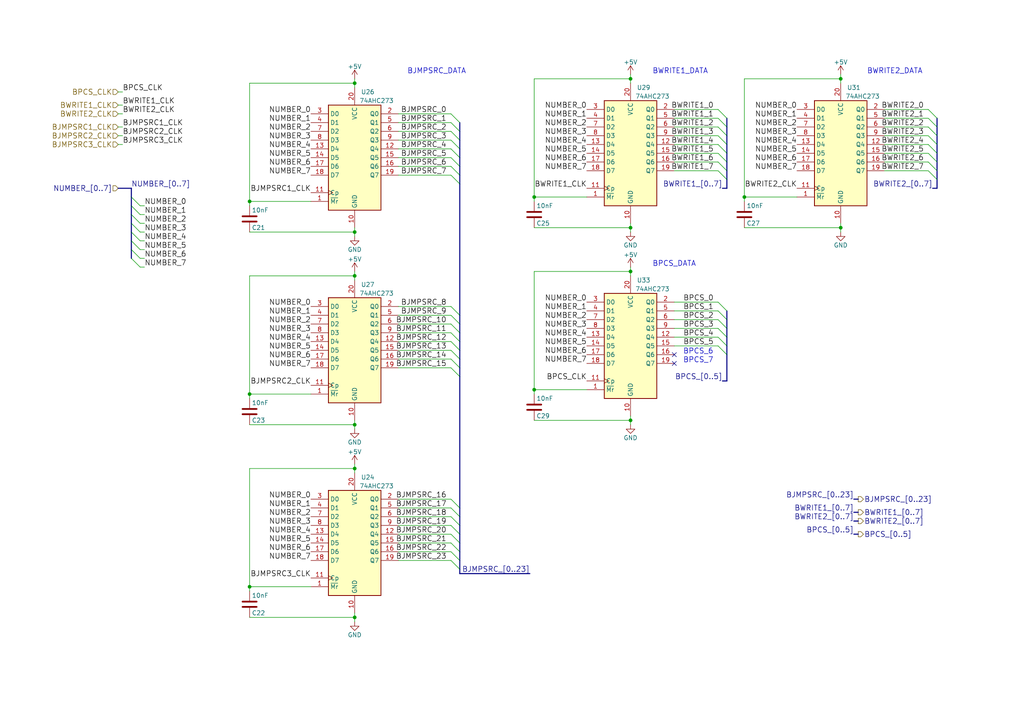
<source format=kicad_sch>
(kicad_sch (version 20230121) (generator eeschema)
  (paper "A4")
  (title_block (title "GP8B") (date "2022-07-08") (rev "V6.0") (company "Guillaume Guillet") (comment 1 "Copyright Guillaume Guillet 2022") (comment 2 "Licensed under CERN-OHL-W v2 or later"))
  (lib_symbols
    (symbol "74xx:74AHC273"
      (property "Reference" "U" (at -7.62 16.51 0))
      (property "Value" "74AHC273" (at -7.62 -16.51 0))
      (symbol "74AHC273_1_0"
        (pin input line (at -12.7 -12.7 0) (length 5.08) (name "~{Mr}") (number "1"))
        (pin power_in line (at 0 -20.32 90) (length 5.08) (name "GND") (number "10"))
        (pin input clock (at -12.7 -10.16 0) (length 5.08) (name "Cp") (number "11"))
        (pin output line (at 12.7 2.54 180) (length 5.08) (name "Q4") (number "12"))
        (pin input line (at -12.7 2.54 0) (length 5.08) (name "D4") (number "13"))
        (pin input line (at -12.7 0 0) (length 5.08) (name "D5") (number "14"))
        (pin output line (at 12.7 0 180) (length 5.08) (name "Q5") (number "15"))
        (pin output line (at 12.7 -2.54 180) (length 5.08) (name "Q6") (number "16"))
        (pin input line (at -12.7 -2.54 0) (length 5.08) (name "D6") (number "17"))
        (pin input line (at -12.7 -5.08 0) (length 5.08) (name "D7") (number "18"))
        (pin output line (at 12.7 -5.08 180) (length 5.08) (name "Q7") (number "19"))
        (pin output line (at 12.7 12.7 180) (length 5.08) (name "Q0") (number "2"))
        (pin power_in line (at 0 20.32 270) (length 5.08) (name "VCC") (number "20"))
        (pin input line (at -12.7 12.7 0) (length 5.08) (name "D0") (number "3"))
        (pin input line (at -12.7 10.16 0) (length 5.08) (name "D1") (number "4"))
        (pin output line (at 12.7 10.16 180) (length 5.08) (name "Q1") (number "5"))
        (pin output line (at 12.7 7.62 180) (length 5.08) (name "Q2") (number "6"))
        (pin input line (at -12.7 7.62 0) (length 5.08) (name "D2") (number "7"))
        (pin input line (at -12.7 5.08 0) (length 5.08) (name "D3") (number "8"))
        (pin output line (at 12.7 5.08 180) (length 5.08) (name "Q3") (number "9"))
      )
      (symbol "74AHC273_1_1"
        (rectangle (start -7.62 15.24) (end 7.62 -15.24) (stroke (width 0.254)) (fill (type background)))
      )
    )
    (symbol "Device:C" (pin_numbers hide) (pin_names (offset 0.254))
      (property "Reference" "C" (at 0.635 2.54 0))
      (property "Value" "C" (at 0.635 -2.54 0))
      (symbol "C_0_1"
        (polyline (pts (xy -2.032 -0.762) (xy 2.032 -0.762)) (stroke (width 0.508)))
        (polyline (pts (xy -2.032 0.762) (xy 2.032 0.762)) (stroke (width 0.508)))
      )
      (symbol "C_1_1"
        (pin passive line (at 0 3.81 270) (length 2.794) (name "~") (number "1"))
        (pin passive line (at 0 -3.81 90) (length 2.794) (name "~") (number "2"))
      )
    )
    (symbol "power:+5V" (power) (pin_names (offset 0))
      (property "Value" "+5V" (at 0 3.556 0))
      (symbol "+5V_0_1"
        (polyline (pts (xy -0.762 1.27) (xy 0 2.54)))
        (polyline (pts (xy 0 0) (xy 0 2.54)))
        (polyline (pts (xy 0 2.54) (xy 0.762 1.27)))
      )
      (symbol "+5V_1_1"
        (pin power_in line (at 0 0 90) (length 0) hide (name "+5V") (number "1"))
      )
    )
    (symbol "power:GND" (power) (pin_names (offset 0))
      (property "Value" "GND" (at 0 -3.81 0))
      (symbol "GND_0_1"
        (polyline (pts (xy 0 0) (xy 0 -1.27) (xy 1.27 -1.27) (xy 0 -2.54) (xy -1.27 -1.27) (xy 0 -1.27)))
      )
      (symbol "GND_1_1"
        (pin power_in line (at 0 0 270) (length 0) hide (name "GND") (number "1"))
      )
    )
  )
  (junction (at 215.9 57.15))
  (junction (at 72.39 114.3))
  (junction (at 102.87 123.19))
  (junction (at 102.87 67.31))
  (junction (at 154.94 57.15))
  (junction (at 102.87 179.07))
  (junction (at 182.88 78.74))
  (junction (at 182.88 22.86))
  (junction (at 182.88 66.04))
  (junction (at 243.84 22.86))
  (junction (at 102.87 80.01))
  (junction (at 182.88 121.92))
  (junction (at 102.87 24.13))
  (junction (at 72.39 58.42))
  (junction (at 72.39 170.18))
  (junction (at 154.94 113.03))
  (junction (at 102.87 135.89))
  (junction (at 243.84 66.04))
  (no_connect (at 195.58 105.41))
  (no_connect (at 195.58 102.87))
  (bus_entry (at 130.81 152.4) (size 2.54 2.54))
  (bus_entry (at 38.1 72.39) (size 2.54 2.54))
  (bus_entry (at 130.81 40.64) (size 2.54 2.54))
  (bus_entry (at 130.81 50.8) (size 2.54 2.54))
  (bus_entry (at 130.81 149.86) (size 2.54 2.54))
  (bus_entry (at 208.28 36.83) (size 2.54 2.54))
  (bus_entry (at 269.24 44.45) (size 2.54 2.54))
  (bus_entry (at 208.28 87.63) (size 2.54 2.54))
  (bus_entry (at 269.24 34.29) (size 2.54 2.54))
  (bus_entry (at 208.28 49.53) (size 2.54 2.54))
  (bus_entry (at 130.81 35.56) (size 2.54 2.54))
  (bus_entry (at 269.24 39.37) (size 2.54 2.54))
  (bus_entry (at 130.81 91.44) (size 2.54 2.54))
  (bus_entry (at 130.81 96.52) (size 2.54 2.54))
  (bus_entry (at 130.81 162.56) (size 2.54 2.54))
  (bus_entry (at 38.1 64.77) (size 2.54 2.54))
  (bus_entry (at 269.24 31.75) (size 2.54 2.54))
  (bus_entry (at 130.81 93.98) (size 2.54 2.54))
  (bus_entry (at 269.24 49.53) (size 2.54 2.54))
  (bus_entry (at 38.1 69.85) (size 2.54 2.54))
  (bus_entry (at 208.28 90.17) (size 2.54 2.54))
  (bus_entry (at 208.28 92.71) (size 2.54 2.54))
  (bus_entry (at 130.81 38.1) (size 2.54 2.54))
  (bus_entry (at 38.1 59.69) (size 2.54 2.54))
  (bus_entry (at 208.28 31.75) (size 2.54 2.54))
  (bus_entry (at 208.28 44.45) (size 2.54 2.54))
  (bus_entry (at 130.81 144.78) (size 2.54 2.54))
  (bus_entry (at 208.28 46.99) (size 2.54 2.54))
  (bus_entry (at 130.81 33.02) (size 2.54 2.54))
  (bus_entry (at 269.24 41.91) (size 2.54 2.54))
  (bus_entry (at 38.1 62.23) (size 2.54 2.54))
  (bus_entry (at 130.81 88.9) (size 2.54 2.54))
  (bus_entry (at 130.81 154.94) (size 2.54 2.54))
  (bus_entry (at 208.28 97.79) (size 2.54 2.54))
  (bus_entry (at 208.28 34.29) (size 2.54 2.54))
  (bus_entry (at 269.24 46.99) (size 2.54 2.54))
  (bus_entry (at 130.81 157.48) (size 2.54 2.54))
  (bus_entry (at 38.1 57.15) (size 2.54 2.54))
  (bus_entry (at 208.28 39.37) (size 2.54 2.54))
  (bus_entry (at 38.1 67.31) (size 2.54 2.54))
  (bus_entry (at 208.28 95.25) (size 2.54 2.54))
  (bus_entry (at 208.28 100.33) (size 2.54 2.54))
  (bus_entry (at 130.81 160.02) (size 2.54 2.54))
  (bus_entry (at 208.28 41.91) (size 2.54 2.54))
  (bus_entry (at 130.81 99.06) (size 2.54 2.54))
  (bus_entry (at 130.81 48.26) (size 2.54 2.54))
  (bus_entry (at 130.81 101.6) (size 2.54 2.54))
  (bus_entry (at 269.24 36.83) (size 2.54 2.54))
  (bus_entry (at 130.81 106.68) (size 2.54 2.54))
  (bus_entry (at 130.81 104.14) (size 2.54 2.54))
  (bus_entry (at 130.81 43.18) (size 2.54 2.54))
  (bus_entry (at 38.1 74.93) (size 2.54 2.54))
  (bus_entry (at 130.81 45.72) (size 2.54 2.54))
  (bus_entry (at 130.81 147.32) (size 2.54 2.54))
  (wire (pts (xy 102.87 123.19) (xy 102.87 121.92)))
  (bus (pts (xy 271.78 44.45) (xy 271.78 46.99)))
  (wire (pts (xy 34.29 33.02) (xy 35.56 33.02)))
  (wire (pts (xy 102.87 67.31) (xy 102.87 66.04)))
  (bus (pts (xy 133.35 53.34) (xy 133.35 91.44)))
  (bus (pts (xy 210.82 52.07) (xy 210.82 54.61)))
  (wire (pts (xy 102.87 24.13) (xy 102.87 25.4)))
  (wire (pts (xy 115.57 147.32) (xy 130.81 147.32)))
  (wire (pts (xy 115.57 154.94) (xy 130.81 154.94)))
  (wire (pts (xy 34.29 36.83) (xy 35.56 36.83)))
  (bus (pts (xy 133.35 154.94) (xy 133.35 157.48)))
  (bus (pts (xy 210.82 44.45) (xy 210.82 46.99)))
  (wire (pts (xy 41.91 59.69) (xy 40.64 59.69)))
  (wire (pts (xy 256.54 39.37) (xy 269.24 39.37)))
  (wire (pts (xy 115.57 162.56) (xy 130.81 162.56)))
  (bus (pts (xy 271.78 46.99) (xy 271.78 49.53)))
  (wire (pts (xy 72.39 58.42) (xy 72.39 24.13)))
  (wire (pts (xy 195.58 97.79) (xy 208.28 97.79)))
  (wire (pts (xy 115.57 152.4) (xy 130.81 152.4)))
  (wire (pts (xy 215.9 22.86) (xy 243.84 22.86)))
  (wire (pts (xy 72.39 59.69) (xy 72.39 58.42)))
  (bus (pts (xy 38.1 67.31) (xy 38.1 69.85)))
  (bus (pts (xy 210.82 39.37) (xy 210.82 41.91)))
  (wire (pts (xy 243.84 24.13) (xy 243.84 22.86)))
  (wire (pts (xy 72.39 114.3) (xy 72.39 80.01)))
  (wire (pts (xy 40.64 77.47) (xy 41.91 77.47)))
  (bus (pts (xy 271.78 49.53) (xy 271.78 52.07)))
  (bus (pts (xy 271.78 52.07) (xy 271.78 54.61)))
  (bus (pts (xy 133.35 166.37) (xy 153.67 166.37)))
  (wire (pts (xy 40.64 69.85) (xy 41.91 69.85)))
  (bus (pts (xy 271.78 39.37) (xy 271.78 41.91)))
  (bus (pts (xy 271.78 54.61) (xy 270.51 54.61)))
  (wire (pts (xy 40.64 64.77) (xy 41.91 64.77)))
  (wire (pts (xy 154.94 66.04) (xy 182.88 66.04)))
  (wire (pts (xy 115.57 35.56) (xy 130.81 35.56)))
  (wire (pts (xy 256.54 41.91) (xy 269.24 41.91)))
  (wire (pts (xy 115.57 38.1) (xy 130.81 38.1)))
  (wire (pts (xy 154.94 113.03) (xy 154.94 78.74)))
  (wire (pts (xy 195.58 34.29) (xy 208.28 34.29)))
  (bus (pts (xy 38.1 69.85) (xy 38.1 72.39)))
  (wire (pts (xy 256.54 34.29) (xy 269.24 34.29)))
  (wire (pts (xy 154.94 78.74) (xy 182.88 78.74)))
  (bus (pts (xy 133.35 109.22) (xy 133.35 147.32)))
  (wire (pts (xy 256.54 49.53) (xy 269.24 49.53)))
  (wire (pts (xy 34.29 30.48) (xy 35.56 30.48)))
  (bus (pts (xy 133.35 162.56) (xy 133.35 165.1)))
  (wire (pts (xy 115.57 157.48) (xy 130.81 157.48)))
  (wire (pts (xy 154.94 58.42) (xy 154.94 57.15)))
  (bus (pts (xy 210.82 34.29) (xy 210.82 36.83)))
  (wire (pts (xy 34.29 41.91) (xy 35.56 41.91)))
  (wire (pts (xy 72.39 80.01) (xy 102.87 80.01)))
  (wire (pts (xy 195.58 95.25) (xy 208.28 95.25)))
  (wire (pts (xy 115.57 160.02) (xy 130.81 160.02)))
  (wire (pts (xy 102.87 124.46) (xy 102.87 123.19)))
  (bus (pts (xy 133.35 43.18) (xy 133.35 45.72)))
  (wire (pts (xy 195.58 41.91) (xy 208.28 41.91)))
  (wire (pts (xy 115.57 50.8) (xy 130.81 50.8)))
  (wire (pts (xy 182.88 80.01) (xy 182.88 78.74)))
  (wire (pts (xy 102.87 68.58) (xy 102.87 67.31)))
  (wire (pts (xy 195.58 49.53) (xy 208.28 49.53)))
  (wire (pts (xy 115.57 48.26) (xy 130.81 48.26)))
  (bus (pts (xy 133.35 48.26) (xy 133.35 50.8)))
  (wire (pts (xy 102.87 135.89) (xy 102.87 134.62)))
  (bus (pts (xy 133.35 147.32) (xy 133.35 149.86)))
  (bus (pts (xy 210.82 46.99) (xy 210.82 49.53)))
  (wire (pts (xy 195.58 39.37) (xy 208.28 39.37)))
  (bus (pts (xy 210.82 36.83) (xy 210.82 39.37)))
  (bus (pts (xy 133.35 104.14) (xy 133.35 106.68)))
  (bus (pts (xy 247.65 154.94) (xy 248.92 154.94)))
  (wire (pts (xy 115.57 43.18) (xy 130.81 43.18)))
  (bus (pts (xy 210.82 95.25) (xy 210.82 97.79)))
  (wire (pts (xy 195.58 92.71) (xy 208.28 92.71)))
  (wire (pts (xy 154.94 113.03) (xy 170.18 113.03)))
  (wire (pts (xy 72.39 114.3) (xy 90.17 114.3)))
  (wire (pts (xy 256.54 36.83) (xy 269.24 36.83)))
  (wire (pts (xy 115.57 149.86) (xy 130.81 149.86)))
  (wire (pts (xy 154.94 121.92) (xy 182.88 121.92)))
  (wire (pts (xy 215.9 57.15) (xy 215.9 22.86)))
  (bus (pts (xy 133.35 101.6) (xy 133.35 104.14)))
  (wire (pts (xy 256.54 31.75) (xy 269.24 31.75)))
  (wire (pts (xy 182.88 21.59) (xy 182.88 22.86)))
  (wire (pts (xy 102.87 80.01) (xy 102.87 78.74)))
  (wire (pts (xy 182.88 121.92) (xy 182.88 120.65)))
  (wire (pts (xy 215.9 66.04) (xy 243.84 66.04)))
  (wire (pts (xy 115.57 144.78) (xy 130.81 144.78)))
  (wire (pts (xy 154.94 57.15) (xy 170.18 57.15)))
  (wire (pts (xy 102.87 135.89) (xy 102.87 137.16)))
  (bus (pts (xy 38.1 59.69) (xy 38.1 62.23)))
  (wire (pts (xy 72.39 179.07) (xy 102.87 179.07)))
  (bus (pts (xy 133.35 93.98) (xy 133.35 96.52)))
  (bus (pts (xy 247.65 144.78) (xy 248.92 144.78)))
  (wire (pts (xy 34.29 39.37) (xy 35.56 39.37)))
  (bus (pts (xy 210.82 92.71) (xy 210.82 95.25)))
  (wire (pts (xy 182.88 66.04) (xy 182.88 64.77)))
  (wire (pts (xy 195.58 36.83) (xy 208.28 36.83)))
  (wire (pts (xy 40.64 72.39) (xy 41.91 72.39)))
  (bus (pts (xy 210.82 41.91) (xy 210.82 44.45)))
  (wire (pts (xy 182.88 123.19) (xy 182.88 121.92)))
  (bus (pts (xy 133.35 50.8) (xy 133.35 53.34)))
  (wire (pts (xy 34.29 26.67) (xy 35.56 26.67)))
  (bus (pts (xy 133.35 157.48) (xy 133.35 160.02)))
  (wire (pts (xy 115.57 88.9) (xy 130.81 88.9)))
  (wire (pts (xy 154.94 57.15) (xy 154.94 22.86)))
  (bus (pts (xy 210.82 49.53) (xy 210.82 52.07)))
  (wire (pts (xy 195.58 100.33) (xy 208.28 100.33)))
  (bus (pts (xy 247.65 151.13) (xy 248.92 151.13)))
  (wire (pts (xy 72.39 114.3) (xy 72.39 115.57)))
  (bus (pts (xy 210.82 97.79) (xy 210.82 100.33)))
  (bus (pts (xy 133.35 45.72) (xy 133.35 48.26)))
  (wire (pts (xy 195.58 46.99) (xy 208.28 46.99)))
  (wire (pts (xy 115.57 40.64) (xy 130.81 40.64)))
  (wire (pts (xy 154.94 22.86) (xy 182.88 22.86)))
  (wire (pts (xy 154.94 114.3) (xy 154.94 113.03)))
  (wire (pts (xy 243.84 66.04) (xy 243.84 64.77)))
  (bus (pts (xy 133.35 160.02) (xy 133.35 162.56)))
  (wire (pts (xy 102.87 81.28) (xy 102.87 80.01)))
  (wire (pts (xy 115.57 45.72) (xy 130.81 45.72)))
  (wire (pts (xy 72.39 170.18) (xy 90.17 170.18)))
  (wire (pts (xy 256.54 44.45) (xy 269.24 44.45)))
  (wire (pts (xy 256.54 46.99) (xy 269.24 46.99)))
  (wire (pts (xy 195.58 87.63) (xy 208.28 87.63)))
  (wire (pts (xy 195.58 31.75) (xy 208.28 31.75)))
  (wire (pts (xy 40.64 67.31) (xy 41.91 67.31)))
  (bus (pts (xy 271.78 36.83) (xy 271.78 39.37)))
  (bus (pts (xy 210.82 110.49) (xy 209.55 110.49)))
  (wire (pts (xy 243.84 22.86) (xy 243.84 21.59)))
  (bus (pts (xy 133.35 99.06) (xy 133.35 101.6)))
  (bus (pts (xy 38.1 62.23) (xy 38.1 64.77)))
  (wire (pts (xy 102.87 180.34) (xy 102.87 179.07)))
  (bus (pts (xy 38.1 64.77) (xy 38.1 67.31)))
  (bus (pts (xy 133.35 149.86) (xy 133.35 152.4)))
  (bus (pts (xy 38.1 54.61) (xy 38.1 57.15)))
  (wire (pts (xy 72.39 170.18) (xy 72.39 171.45)))
  (wire (pts (xy 243.84 67.31) (xy 243.84 66.04)))
  (wire (pts (xy 115.57 101.6) (xy 130.81 101.6)))
  (bus (pts (xy 133.35 165.1) (xy 133.35 166.37)))
  (wire (pts (xy 102.87 179.07) (xy 102.87 177.8)))
  (wire (pts (xy 72.39 67.31) (xy 102.87 67.31)))
  (wire (pts (xy 215.9 57.15) (xy 231.14 57.15)))
  (bus (pts (xy 133.35 91.44) (xy 133.35 93.98)))
  (bus (pts (xy 271.78 41.91) (xy 271.78 44.45)))
  (wire (pts (xy 72.39 135.89) (xy 102.87 135.89)))
  (wire (pts (xy 72.39 24.13) (xy 102.87 24.13)))
  (wire (pts (xy 215.9 58.42) (xy 215.9 57.15)))
  (bus (pts (xy 38.1 72.39) (xy 38.1 74.93)))
  (wire (pts (xy 72.39 58.42) (xy 90.17 58.42)))
  (wire (pts (xy 182.88 78.74) (xy 182.88 77.47)))
  (bus (pts (xy 38.1 57.15) (xy 38.1 59.69)))
  (bus (pts (xy 133.35 96.52) (xy 133.35 99.06)))
  (wire (pts (xy 40.64 74.93) (xy 41.91 74.93)))
  (bus (pts (xy 133.35 35.56) (xy 133.35 38.1)))
  (wire (pts (xy 115.57 33.02) (xy 130.81 33.02)))
  (wire (pts (xy 102.87 24.13) (xy 102.87 22.86)))
  (bus (pts (xy 210.82 54.61) (xy 209.55 54.61)))
  (bus (pts (xy 271.78 34.29) (xy 271.78 36.83)))
  (wire (pts (xy 115.57 104.14) (xy 130.81 104.14)))
  (wire (pts (xy 40.64 62.23) (xy 41.91 62.23)))
  (bus (pts (xy 133.35 38.1) (xy 133.35 40.64)))
  (wire (pts (xy 115.57 91.44) (xy 130.81 91.44)))
  (bus (pts (xy 133.35 106.68) (xy 133.35 109.22)))
  (wire (pts (xy 115.57 106.68) (xy 130.81 106.68)))
  (bus (pts (xy 210.82 100.33) (xy 210.82 102.87)))
  (wire (pts (xy 115.57 93.98) (xy 130.81 93.98)))
  (bus (pts (xy 34.29 54.61) (xy 38.1 54.61)))
  (bus (pts (xy 247.65 148.59) (xy 248.92 148.59)))
  (wire (pts (xy 72.39 170.18) (xy 72.39 135.89)))
  (wire (pts (xy 72.39 123.19) (xy 102.87 123.19)))
  (wire (pts (xy 182.88 22.86) (xy 182.88 24.13)))
  (bus (pts (xy 210.82 102.87) (xy 210.82 110.49)))
  (wire (pts (xy 115.57 99.06) (xy 130.81 99.06)))
  (wire (pts (xy 182.88 67.31) (xy 182.88 66.04)))
  (wire (pts (xy 115.57 96.52) (xy 130.81 96.52)))
  (bus (pts (xy 133.35 152.4) (xy 133.35 154.94)))
  (bus (pts (xy 210.82 90.17) (xy 210.82 92.71)))
  (wire (pts (xy 195.58 44.45) (xy 208.28 44.45)))
  (wire (pts (xy 195.58 90.17) (xy 208.28 90.17)))
  (bus (pts (xy 133.35 40.64) (xy 133.35 43.18)))
  (text "BPCS_DATA" (at 189.23 77.47 0) (effects (font (size 1.524 1.524)) (justify left bottom)))
  (text "BWRITE2_DATA" (at 251.46 21.59 0) (effects (font (size 1.524 1.524)) (justify left bottom)))
  (text "BWRITE1_DATA" (at 189.23 21.59 0) (effects (font (size 1.524 1.524)) (justify left bottom)))
  (text "BJMPSRC_DATA" (at 118.11 21.59 0) (effects (font (size 1.524 1.524)) (justify left bottom)))
  (text "BPCS_6" (at 198.12 102.87 0) (effects (font (size 1.524 1.524)) (justify left bottom)))
  (text "BPCS_7" (at 198.12 105.41 0) (effects (font (size 1.524 1.524)) (justify left bottom)))
  (label "BWRITE1_1" (at 207.01 34.29 180) (effects (font (size 1.524 1.524))))
  (label "NUMBER_6" (at 170.18 46.99 180) (effects (font (size 1.524 1.524))))
  (label "NUMBER_0" (at 170.18 87.63 180) (effects (font (size 1.524 1.524))))
  (label "BWRITE2_1" (at 267.97 34.29 180) (effects (font (size 1.524 1.524))))
  (label "BPCS_5" (at 207.01 100.33 180) (effects (font (size 1.524 1.524))))
  (label "BJMPSRC_9" (at 129.54 91.44 180) (effects (font (size 1.524 1.524))))
  (label "BJMPSRC_11" (at 129.54 96.52 180) (effects (font (size 1.524 1.524))))
  (label "NUMBER_6" (at 41.91 74.93 0) (effects (font (size 1.524 1.524))))
  (label "NUMBER_[0..7]" (at 38.1 54.61 0) (effects (font (size 1.524 1.524))))
  (label "NUMBER_2" (at 90.17 93.98 180) (effects (font (size 1.524 1.524))))
  (label "NUMBER_7" (at 90.17 50.8 180) (effects (font (size 1.524 1.524))))
  (label "BPCS_1" (at 207.01 90.17 180) (effects (font (size 1.524 1.524))))
  (label "BJMPSRC3_CLK" (at 35.56 41.91 0) (effects (font (size 1.524 1.524))))
  (label "NUMBER_0" (at 90.17 33.02 180) (effects (font (size 1.524 1.524))))
  (label "BJMPSRC_23" (at 129.54 162.56 180) (effects (font (size 1.524 1.524))))
  (label "BWRITE2_CLK" (at 35.56 33.02 0) (effects (font (size 1.524 1.524))))
  (label "NUMBER_0" (at 90.17 88.9 180) (effects (font (size 1.524 1.524))))
  (label "NUMBER_5" (at 90.17 45.72 180) (effects (font (size 1.524 1.524))))
  (label "BPCS_[0..5]" (at 209.55 110.49 180) (effects (font (size 1.524 1.524))))
  (label "BWRITE2_4" (at 267.97 41.91 180) (effects (font (size 1.524 1.524))))
  (label "BJMPSRC_13" (at 129.54 101.6 180) (effects (font (size 1.524 1.524))))
  (label "NUMBER_1" (at 231.14 34.29 180) (effects (font (size 1.524 1.524))))
  (label "NUMBER_2" (at 90.17 149.86 180) (effects (font (size 1.524 1.524))))
  (label "BWRITE1_4" (at 207.01 41.91 180) (effects (font (size 1.524 1.524))))
  (label "BPCS_CLK" (at 170.18 110.49 180) (effects (font (size 1.524 1.524))))
  (label "NUMBER_4" (at 170.18 41.91 180) (effects (font (size 1.524 1.524))))
  (label "BWRITE1_0" (at 207.01 31.75 180) (effects (font (size 1.524 1.524))))
  (label "NUMBER_4" (at 41.91 69.85 0) (effects (font (size 1.524 1.524))))
  (label "BJMPSRC_10" (at 129.54 93.98 180) (effects (font (size 1.524 1.524))))
  (label "NUMBER_5" (at 170.18 100.33 180) (effects (font (size 1.524 1.524))))
  (label "BJMPSRC1_CLK" (at 90.17 55.88 180) (effects (font (size 1.524 1.524))))
  (label "BWRITE1_[0..7]" (at 247.65 148.59 180) (effects (font (size 1.524 1.524))))
  (label "NUMBER_4" (at 231.14 41.91 180) (effects (font (size 1.524 1.524))))
  (label "BJMPSRC_21" (at 129.54 157.48 180) (effects (font (size 1.524 1.524))))
  (label "BJMPSRC_19" (at 129.54 152.4 180) (effects (font (size 1.524 1.524))))
  (label "NUMBER_3" (at 41.91 67.31 0) (effects (font (size 1.524 1.524))))
  (label "BPCS_2" (at 207.01 92.71 180) (effects (font (size 1.524 1.524))))
  (label "NUMBER_3" (at 170.18 95.25 180) (effects (font (size 1.524 1.524))))
  (label "NUMBER_7" (at 90.17 162.56 180) (effects (font (size 1.524 1.524))))
  (label "BJMPSRC_0" (at 129.54 33.02 180) (effects (font (size 1.524 1.524))))
  (label "NUMBER_5" (at 90.17 101.6 180) (effects (font (size 1.524 1.524))))
  (label "BJMPSRC_3" (at 129.54 40.64 180) (effects (font (size 1.524 1.524))))
  (label "BWRITE2_3" (at 267.97 39.37 180) (effects (font (size 1.524 1.524))))
  (label "NUMBER_7" (at 90.17 106.68 180) (effects (font (size 1.524 1.524))))
  (label "BJMPSRC3_CLK" (at 90.17 167.64 180) (effects (font (size 1.524 1.524))))
  (label "BWRITE2_7" (at 267.97 49.53 180) (effects (font (size 1.524 1.524))))
  (label "NUMBER_1" (at 170.18 34.29 180) (effects (font (size 1.524 1.524))))
  (label "NUMBER_0" (at 41.91 59.69 0) (effects (font (size 1.524 1.524))))
  (label "BJMPSRC_4" (at 129.54 43.18 180) (effects (font (size 1.524 1.524))))
  (label "NUMBER_3" (at 90.17 96.52 180) (effects (font (size 1.524 1.524))))
  (label "NUMBER_1" (at 41.91 62.23 0) (effects (font (size 1.524 1.524))))
  (label "NUMBER_1" (at 90.17 147.32 180) (effects (font (size 1.524 1.524))))
  (label "BPCS_0" (at 207.01 87.63 180) (effects (font (size 1.524 1.524))))
  (label "NUMBER_5" (at 90.17 157.48 180) (effects (font (size 1.524 1.524))))
  (label "NUMBER_0" (at 170.18 31.75 180) (effects (font (size 1.524 1.524))))
  (label "BJMPSRC1_CLK" (at 35.56 36.83 0) (effects (font (size 1.524 1.524))))
  (label "BWRITE2_2" (at 267.97 36.83 180) (effects (font (size 1.524 1.524))))
  (label "BWRITE1_CLK" (at 35.56 30.48 0) (effects (font (size 1.524 1.524))))
  (label "NUMBER_2" (at 231.14 36.83 180) (effects (font (size 1.524 1.524))))
  (label "BWRITE1_6" (at 207.01 46.99 180) (effects (font (size 1.524 1.524))))
  (label "BJMPSRC_8" (at 129.54 88.9 180) (effects (font (size 1.524 1.524))))
  (label "BWRITE2_6" (at 267.97 46.99 180) (effects (font (size 1.524 1.524))))
  (label "NUMBER_7" (at 170.18 105.41 180) (effects (font (size 1.524 1.524))))
  (label "BWRITE2_0" (at 267.97 31.75 180) (effects (font (size 1.524 1.524))))
  (label "NUMBER_6" (at 231.14 46.99 180) (effects (font (size 1.524 1.524))))
  (label "NUMBER_3" (at 170.18 39.37 180) (effects (font (size 1.524 1.524))))
  (label "NUMBER_6" (at 170.18 102.87 180) (effects (font (size 1.524 1.524))))
  (label "BJMPSRC_15" (at 129.54 106.68 180) (effects (font (size 1.524 1.524))))
  (label "NUMBER_3" (at 231.14 39.37 180) (effects (font (size 1.524 1.524))))
  (label "NUMBER_6" (at 90.17 160.02 180) (effects (font (size 1.524 1.524))))
  (label "NUMBER_1" (at 90.17 91.44 180) (effects (font (size 1.524 1.524))))
  (label "BJMPSRC_[0..23]" (at 247.65 144.78 180) (effects (font (size 1.524 1.524))))
  (label "BWRITE1_[0..7]" (at 209.55 54.61 180) (effects (font (size 1.524 1.524))))
  (label "NUMBER_7" (at 231.14 49.53 180) (effects (font (size 1.524 1.524))))
  (label "BWRITE2_[0..7]" (at 270.51 54.61 180) (effects (font (size 1.524 1.524))))
  (label "BJMPSRC_16" (at 129.54 144.78 180) (effects (font (size 1.524 1.524))))
  (label "BWRITE2_CLK" (at 231.14 54.61 180) (effects (font (size 1.524 1.524))))
  (label "NUMBER_6" (at 90.17 104.14 180) (effects (font (size 1.524 1.524))))
  (label "BWRITE1_5" (at 207.01 44.45 180) (effects (font (size 1.524 1.524))))
  (label "NUMBER_4" (at 90.17 99.06 180) (effects (font (size 1.524 1.524))))
  (label "BJMPSRC_5" (at 129.54 45.72 180) (effects (font (size 1.524 1.524))))
  (label "BWRITE1_7" (at 207.01 49.53 180) (effects (font (size 1.524 1.524))))
  (label "BJMPSRC_17" (at 129.54 147.32 180) (effects (font (size 1.524 1.524))))
  (label "BWRITE1_2" (at 207.01 36.83 180) (effects (font (size 1.524 1.524))))
  (label "BJMPSRC_18" (at 129.54 149.86 180) (effects (font (size 1.524 1.524))))
  (label "BWRITE2_[0..7]" (at 247.65 151.13 180) (effects (font (size 1.524 1.524))))
  (label "BJMPSRC_6" (at 129.54 48.26 180) (effects (font (size 1.524 1.524))))
  (label "BPCS_[0..5]" (at 247.65 154.94 180) (effects (font (size 1.524 1.524))))
  (label "NUMBER_2" (at 90.17 38.1 180) (effects (font (size 1.524 1.524))))
  (label "BJMPSRC2_CLK" (at 35.56 39.37 0) (effects (font (size 1.524 1.524))))
  (label "BJMPSRC_22" (at 129.54 160.02 180) (effects (font (size 1.524 1.524))))
  (label "BJMPSRC_1" (at 129.54 35.56 180) (effects (font (size 1.524 1.524))))
  (label "BJMPSRC_12" (at 129.54 99.06 180) (effects (font (size 1.524 1.524))))
  (label "NUMBER_6" (at 90.17 48.26 180) (effects (font (size 1.524 1.524))))
  (label "BJMPSRC2_CLK" (at 90.17 111.76 180) (effects (font (size 1.524 1.524))))
  (label "BJMPSRC_7" (at 129.54 50.8 180) (effects (font (size 1.524 1.524))))
  (label "NUMBER_5" (at 41.91 72.39 0) (effects (font (size 1.524 1.524))))
  (label "BPCS_CLK" (at 35.56 26.67 0) (effects (font (size 1.524 1.524))))
  (label "BJMPSRC_2" (at 129.54 38.1 180) (effects (font (size 1.524 1.524))))
  (label "NUMBER_0" (at 231.14 31.75 180) (effects (font (size 1.524 1.524))))
  (label "BPCS_4" (at 207.01 97.79 180) (effects (font (size 1.524 1.524))))
  (label "NUMBER_2" (at 170.18 36.83 180) (effects (font (size 1.524 1.524))))
  (label "BWRITE1_CLK" (at 170.18 54.61 180) (effects (font (size 1.524 1.524))))
  (label "NUMBER_7" (at 170.18 49.53 180) (effects (font (size 1.524 1.524))))
  (label "BJMPSRC_20" (at 129.54 154.94 180) (effects (font (size 1.524 1.524))))
  (label "NUMBER_3" (at 90.17 152.4 180) (effects (font (size 1.524 1.524))))
  (label "NUMBER_4" (at 170.18 97.79 180) (effects (font (size 1.524 1.524))))
  (label "BJMPSRC_14" (at 129.54 104.14 180) (effects (font (size 1.524 1.524))))
  (label "NUMBER_2" (at 170.18 92.71 180) (effects (font (size 1.524 1.524))))
  (label "NUMBER_3" (at 90.17 40.64 180) (effects (font (size 1.524 1.524))))
  (label "BWRITE1_3" (at 207.01 39.37 180) (effects (font (size 1.524 1.524))))
  (label "NUMBER_4" (at 90.17 154.94 180) (effects (font (size 1.524 1.524))))
  (label "NUMBER_0" (at 90.17 144.78 180) (effects (font (size 1.524 1.524))))
  (label "NUMBER_5" (at 231.14 44.45 180) (effects (font (size 1.524 1.524))))
  (label "NUMBER_2" (at 41.91 64.77 0) (effects (font (size 1.524 1.524))))
  (label "NUMBER_4" (at 90.17 43.18 180) (effects (font (size 1.524 1.524))))
  (label "NUMBER_5" (at 170.18 44.45 180) (effects (font (size 1.524 1.524))))
  (label "BPCS_3" (at 207.01 95.25 180) (effects (font (size 1.524 1.524))))
  (label "NUMBER_1" (at 90.17 35.56 180) (effects (font (size 1.524 1.524))))
  (label "NUMBER_1" (at 170.18 90.17 180) (effects (font (size 1.524 1.524))))
  (label "NUMBER_7" (at 41.91 77.47 0) (effects (font (size 1.524 1.524))))
  (label "BWRITE2_5" (at 267.97 44.45 180) (effects (font (size 1.524 1.524))))
  (label "BJMPSRC_[0..23]" (at 153.67 166.37 180) (effects (font (size 1.524 1.524))))
  (hierarchical_label "BJMPSRC3_CLK" (shape input) (at 34.29 41.91 180) (effects (font (size 1.524 1.524))))
  (hierarchical_label "BJMPSRC2_CLK" (shape input) (at 34.29 39.37 180) (effects (font (size 1.524 1.524))))
  (hierarchical_label "NUMBER_[0..7]" (shape input) (at 34.29 54.61 180) (effects (font (size 1.524 1.524))))
  (hierarchical_label "BPCS_[0..5]" (shape output) (at 248.92 154.94 0) (effects (font (size 1.524 1.524))))
  (hierarchical_label "BWRITE2_[0..7]" (shape output) (at 248.92 151.13 0) (effects (font (size 1.524 1.524))))
  (hierarchical_label "BWRITE2_CLK" (shape input) (at 34.29 33.02 180) (effects (font (size 1.524 1.524))))
  (hierarchical_label "BWRITE1_[0..7]" (shape output) (at 248.92 148.59 0) (effects (font (size 1.524 1.524))))
  (hierarchical_label "BJMPSRC_[0..23]" (shape output) (at 248.92 144.78 0) (effects (font (size 1.524 1.524))))
  (hierarchical_label "BPCS_CLK" (shape input) (at 34.29 26.67 180) (effects (font (size 1.524 1.524))))
  (hierarchical_label "BWRITE1_CLK" (shape input) (at 34.29 30.48 180) (effects (font (size 1.524 1.524))))
  (hierarchical_label "BJMPSRC1_CLK" (shape input) (at 34.29 36.83 180) (effects (font (size 1.524 1.524))))
  (symbol (lib_id "power:+5V") (at 243.84 21.59 0) (unit 1)
    (property "Reference" "#PWR0121" (effects hide))
    (property "Value" "+5V" (at 243.84 18.034 0))
  )
  (symbol (lib_id "power:+5V") (at 182.88 21.59 0) (unit 1)
    (property "Reference" "#PWR0123" (effects hide))
    (property "Value" "+5V" (at 182.88 18.034 0))
  )
  (symbol (lib_id "power:GND") (at 182.88 67.31 0) (unit 1)
    (property "Reference" "#PWR0125" (effects hide))
    (property "Value" "GND" (at 182.88 71.12 0))
  )
  (symbol (lib_id "power:GND") (at 243.84 67.31 0) (unit 1)
    (property "Reference" "#PWR0126" (effects hide))
    (property "Value" "GND" (at 243.84 71.12 0))
  )
  (symbol (lib_id "Device:C") (at 154.94 62.23 0) (mirror x) (unit 1)
    (property "Reference" "C25" (at 155.575 64.77 0) (effects (justify left)))
    (property "Value" "10nF" (at 155.575 59.69 0) (effects (justify left)))
    (property "Footprint" "Capacitor_SMD:C_0805_2012Metric" (effects hide))
  )
  (symbol (lib_id "Device:C") (at 215.9 62.23 0) (mirror x) (unit 1)
    (property "Reference" "C27" (at 216.535 64.77 0) (effects (justify left)))
    (property "Value" "10nF" (at 216.535 59.69 0) (effects (justify left)))
    (property "Footprint" "Capacitor_SMD:C_0805_2012Metric" (effects hide))
  )
  (symbol (lib_id "power:+5V") (at 182.88 77.47 0) (unit 1)
    (property "Reference" "#PWR0127" (effects hide))
    (property "Value" "+5V" (at 182.88 73.914 0))
  )
  (symbol (lib_id "power:GND") (at 182.88 123.19 0) (unit 1)
    (property "Reference" "#PWR0128" (effects hide))
    (property "Value" "GND" (at 182.88 127 0))
  )
  (symbol (lib_id "Device:C") (at 154.94 118.11 0) (mirror x) (unit 1)
    (property "Reference" "C29" (at 155.575 120.65 0) (effects (justify left)))
    (property "Value" "10nF" (at 155.575 115.57 0) (effects (justify left)))
    (property "Footprint" "Capacitor_SMD:C_0805_2012Metric" (effects hide))
  )
  (symbol (lib_id "power:+5V") (at 102.87 78.74 0) (unit 1)
    (property "Reference" "#PWR0132" (effects hide))
    (property "Value" "+5V" (at 102.87 75.184 0))
  )
  (symbol (lib_id "power:+5V") (at 102.87 22.86 0) (unit 1)
    (property "Reference" "#PWR0141" (effects hide))
    (property "Value" "+5V" (at 102.87 19.304 0))
  )
  (symbol (lib_id "power:GND") (at 102.87 68.58 0) (unit 1)
    (property "Reference" "#PWR0142" (effects hide))
    (property "Value" "GND" (at 102.87 72.39 0))
  )
  (symbol (lib_id "power:GND") (at 102.87 124.46 0) (unit 1)
    (property "Reference" "#PWR0143" (effects hide))
    (property "Value" "GND" (at 102.87 128.27 0))
  )
  (symbol (lib_id "Device:C") (at 72.39 63.5 0) (mirror x) (unit 1)
    (property "Reference" "C21" (at 73.025 66.04 0) (effects (justify left)))
    (property "Value" "10nF" (at 73.025 60.96 0) (effects (justify left)))
    (property "Footprint" "Capacitor_SMD:C_0805_2012Metric" (effects hide))
  )
  (symbol (lib_id "Device:C") (at 72.39 119.38 0) (mirror x) (unit 1)
    (property "Reference" "C23" (at 73.025 121.92 0) (effects (justify left)))
    (property "Value" "10nF" (at 73.025 116.84 0) (effects (justify left)))
    (property "Footprint" "Capacitor_SMD:C_0805_2012Metric" (effects hide))
  )
  (symbol (lib_id "power:+5V") (at 102.87 134.62 0) (unit 1)
    (property "Reference" "#PWR0144" (effects hide))
    (property "Value" "+5V" (at 102.87 131.064 0))
  )
  (symbol (lib_id "power:GND") (at 102.87 180.34 0) (unit 1)
    (property "Reference" "#PWR0145" (effects hide))
    (property "Value" "GND" (at 102.87 184.15 0))
  )
  (symbol (lib_id "Device:C") (at 72.39 175.26 0) (mirror x) (unit 1)
    (property "Reference" "C22" (at 73.025 177.8 0) (effects (justify left)))
    (property "Value" "10nF" (at 73.025 172.72 0) (effects (justify left)))
    (property "Footprint" "Capacitor_SMD:C_0805_2012Metric" (effects hide))
  )
  (symbol (lib_id "74xx:74AHC273") (at 182.88 44.45 0) (unit 1)
    (property "Reference" "U29" (at 186.69 25.4 0))
    (property "Value" "74AHC273" (at 189.23 27.94 0))
    (property "Footprint" "Package_SO:SOIC-20W_7.5x12.8mm_P1.27mm" (effects hide))
    (property "Datasheet" "https://assets.nexperia.com/documents/data-sheet/74AHC_AHCT273.pdf" (effects hide))
  )
  (symbol (lib_id "74xx:74AHC273") (at 243.84 44.45 0) (unit 1)
    (property "Reference" "U31" (at 247.65 25.4 0))
    (property "Value" "74AHC273" (at 250.19 27.94 0))
    (property "Footprint" "Package_SO:SOIC-20W_7.5x12.8mm_P1.27mm" (effects hide))
    (property "Datasheet" "https://assets.nexperia.com/documents/data-sheet/74AHC_AHCT273.pdf" (effects hide))
  )
  (symbol (lib_id "74xx:74AHC273") (at 182.88 100.33 0) (unit 1)
    (property "Reference" "U33" (at 186.69 81.28 0))
    (property "Value" "74AHC273" (at 189.23 83.82 0))
    (property "Footprint" "Package_SO:SOIC-20W_7.5x12.8mm_P1.27mm" (effects hide))
    (property "Datasheet" "https://assets.nexperia.com/documents/data-sheet/74AHC_AHCT273.pdf" (effects hide))
  )
  (symbol (lib_id "74xx:74AHC273") (at 102.87 45.72 0) (unit 1)
    (property "Reference" "U26" (at 106.68 26.67 0))
    (property "Value" "74AHC273" (at 109.22 29.21 0))
    (property "Footprint" "Package_SO:SOIC-20W_7.5x12.8mm_P1.27mm" (effects hide))
    (property "Datasheet" "https://assets.nexperia.com/documents/data-sheet/74AHC_AHCT273.pdf" (effects hide))
  )
  (symbol (lib_id "74xx:74AHC273") (at 102.87 157.48 0) (unit 1)
    (property "Reference" "U24" (at 106.68 138.43 0))
    (property "Value" "74AHC273" (at 109.22 140.97 0))
    (property "Footprint" "Package_SO:SOIC-20W_7.5x12.8mm_P1.27mm" (effects hide))
    (property "Datasheet" "https://assets.nexperia.com/documents/data-sheet/74AHC_AHCT273.pdf" (effects hide))
  )
  (symbol (lib_id "74xx:74AHC273") (at 102.87 101.6 0) (unit 1)
    (property "Reference" "U27" (at 106.68 82.55 0))
    (property "Value" "74AHC273" (at 109.22 85.09 0))
    (property "Footprint" "Package_SO:SOIC-20W_7.5x12.8mm_P1.27mm" (effects hide))
    (property "Datasheet" "https://assets.nexperia.com/documents/data-sheet/74AHC_AHCT273.pdf" (effects hide))
  )
)
</source>
